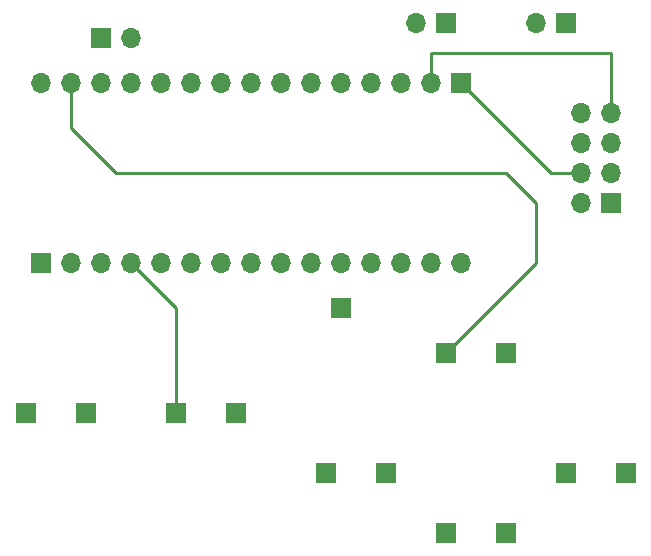
<source format=gbr>
G04 #@! TF.FileFunction,Copper,L2,Bot,Signal*
%FSLAX46Y46*%
G04 Gerber Fmt 4.6, Leading zero omitted, Abs format (unit mm)*
G04 Created by KiCad (PCBNEW 4.0.7) date 02/27/18 11:15:34*
%MOMM*%
%LPD*%
G01*
G04 APERTURE LIST*
%ADD10C,0.100000*%
%ADD11R,1.700000X1.700000*%
%ADD12O,1.700000X1.700000*%
%ADD13C,0.250000*%
G04 APERTURE END LIST*
D10*
D11*
X205740000Y-55880000D03*
D12*
X203200000Y-55880000D03*
D11*
X161290000Y-76200000D03*
D12*
X163830000Y-76200000D03*
X166370000Y-76200000D03*
X168910000Y-76200000D03*
X171450000Y-76200000D03*
X173990000Y-76200000D03*
X176530000Y-76200000D03*
X179070000Y-76200000D03*
X181610000Y-76200000D03*
X184150000Y-76200000D03*
X186690000Y-76200000D03*
X189230000Y-76200000D03*
X191770000Y-76200000D03*
X194310000Y-76200000D03*
X196850000Y-76200000D03*
D11*
X196850000Y-60960000D03*
D12*
X194310000Y-60960000D03*
X191770000Y-60960000D03*
X189230000Y-60960000D03*
X186690000Y-60960000D03*
X184150000Y-60960000D03*
X181610000Y-60960000D03*
X179070000Y-60960000D03*
X176530000Y-60960000D03*
X173990000Y-60960000D03*
X171450000Y-60960000D03*
X168910000Y-60960000D03*
X166370000Y-60960000D03*
X163830000Y-60960000D03*
X161290000Y-60960000D03*
D11*
X209550000Y-71120000D03*
D12*
X207010000Y-71120000D03*
X209550000Y-68580000D03*
X207010000Y-68580000D03*
X209550000Y-66040000D03*
X207010000Y-66040000D03*
X209550000Y-63500000D03*
X207010000Y-63500000D03*
D11*
X195580000Y-55880000D03*
D12*
X193040000Y-55880000D03*
D11*
X186690000Y-80010000D03*
X166370000Y-57150000D03*
D12*
X168910000Y-57150000D03*
D11*
X165100000Y-88900000D03*
X172720000Y-88900000D03*
X205740000Y-93980000D03*
X200660000Y-99060000D03*
X190500000Y-93980000D03*
X195580000Y-83820000D03*
X160020000Y-88900000D03*
X177800000Y-88900000D03*
X210820000Y-93980000D03*
X195580000Y-99060000D03*
X185420000Y-93980000D03*
X200660000Y-83820000D03*
D13*
X172720000Y-88900000D02*
X172720000Y-80010000D01*
X172720000Y-80010000D02*
X168910000Y-76200000D01*
X207010000Y-68580000D02*
X204470000Y-68580000D01*
X204470000Y-68580000D02*
X196850000Y-60960000D01*
X209550000Y-63500000D02*
X209550000Y-58420000D01*
X194310000Y-58420000D02*
X194310000Y-60960000D01*
X209550000Y-58420000D02*
X194310000Y-58420000D01*
X195580000Y-83820000D02*
X203200000Y-76200000D01*
X163830000Y-64770000D02*
X163830000Y-60960000D01*
X167640000Y-68580000D02*
X163830000Y-64770000D01*
X200660000Y-68580000D02*
X167640000Y-68580000D01*
X203200000Y-71120000D02*
X200660000Y-68580000D01*
X203200000Y-76200000D02*
X203200000Y-71120000D01*
M02*

</source>
